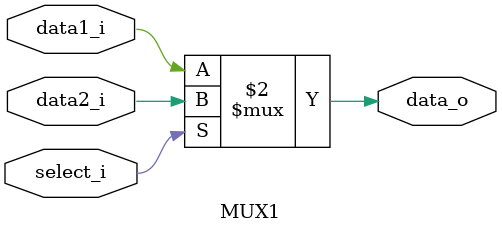
<source format=v>
module MUX1
(
	data1_i,
	data2_i,
	select_i,
	data_o
);

input  data1_i;
input  data2_i;
input  select_i;
output data_o;

assign data_o = (select_i == 1'b0)? data1_i : data2_i;

endmodule

</source>
